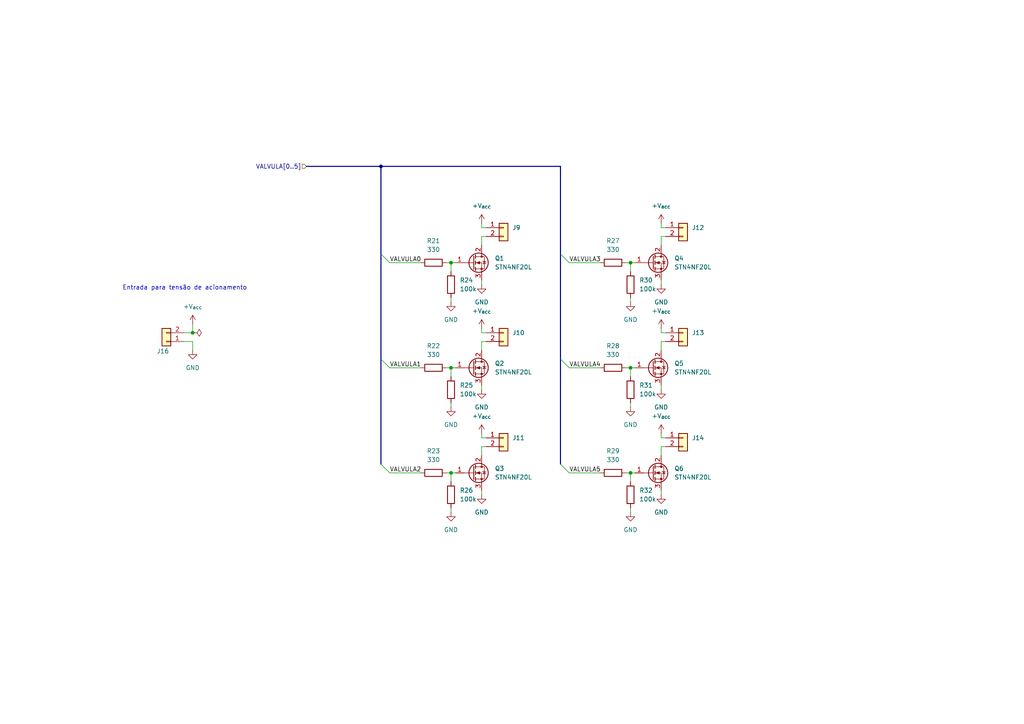
<source format=kicad_sch>
(kicad_sch (version 20231120) (generator "eeschema") (generator_version "8.0")
  (paper "A4")
  (title_block (title "Estante Irrigada - Controle") (date "2024-06-07") (rev "1") (company "Gustavo Adolpho Souteras Barbosa"))
  (lib_symbols
    (symbol "Connector_Generic:Conn_01x02" (pin_names (offset 1.016) hide)
      (property "Reference" "J" (at 0 2.54 0))
      (property "Value" "Conn_01x02" (at 0 -5.08 0))
      (symbol "Conn_01x02_1_1"
        (rectangle (start -1.27 -2.413) (end 0 -2.667) (stroke (width 0.1524)))
        (rectangle (start -1.27 0.127) (end 0 -0.127) (stroke (width 0.1524)))
        (rectangle (start -1.27 1.27) (end 1.27 -3.81) (stroke (width 0.254)) (fill (type background)))
        (pin passive line (at -5.08 0 0) (length 3.81) (name "Pin_1") (number "1"))
        (pin passive line (at -5.08 -2.54 0) (length 3.81) (name "Pin_2") (number "2"))
      )
    )
    (symbol "Device:R" (pin_numbers hide) (pin_names (offset 0))
      (property "Reference" "R" (at 2.032 0 90))
      (property "Value" "R" (at 0 0 90))
      (symbol "R_0_1"
        (rectangle (start -1.016 -2.54) (end 1.016 2.54) (stroke (width 0.254)))
      )
      (symbol "R_1_1"
        (pin passive line (at 0 3.81 270) (length 1.27) (name "~") (number "1"))
        (pin passive line (at 0 -3.81 90) (length 1.27) (name "~") (number "2"))
      )
    )
    (symbol "STN4NF20L:STN4NF20L" (pin_names hide)
      (property "Reference" "Q" (at 5.08 1.905 0))
      (property "Value" "STN4NF20L" (at 5.08 0 0))
      (symbol "STN4NF20L_0_1"
        (polyline (pts (xy 0.254 0) (xy -2.54 0)))
        (polyline (pts (xy 0.254 1.905) (xy 0.254 -1.905)) (stroke (width 0.254)))
        (polyline (pts (xy 0.762 -1.27) (xy 0.762 -2.286)) (stroke (width 0.254)))
        (polyline (pts (xy 0.762 0.508) (xy 0.762 -0.508)) (stroke (width 0.254)))
        (polyline (pts (xy 0.762 2.286) (xy 0.762 1.27)) (stroke (width 0.254)))
        (polyline (pts (xy 2.54 2.54) (xy 2.54 1.778)))
        (polyline (pts (xy 2.54 -2.54) (xy 2.54 0) (xy 0.762 0)))
        (polyline (pts (xy 0.762 -1.778) (xy 3.302 -1.778) (xy 3.302 1.778) (xy 0.762 1.778)))
        (polyline (pts (xy 1.016 0) (xy 2.032 0.381) (xy 2.032 -0.381) (xy 1.016 0)) (fill (type outline)))
        (polyline (pts (xy 2.794 0.508) (xy 2.921 0.381) (xy 3.683 0.381) (xy 3.81 0.254)))
        (polyline (pts (xy 3.302 0.381) (xy 2.921 -0.254) (xy 3.683 -0.254) (xy 3.302 0.381)))
        (circle (center 1.651 0) (radius 2.794) (stroke (width 0.254)))
        (circle (center 2.54 -1.778) (radius 0.254) (fill (type outline)))
        (circle (center 2.54 1.778) (radius 0.254) (fill (type outline)))
      )
      (symbol "STN4NF20L_1_1"
        (pin input line (at -5.08 0 0) (length 2.54) (name "G") (number "1"))
        (pin passive line (at 2.54 5.08 270) (length 2.54) (name "D") (number "2"))
        (pin passive line (at 2.54 -5.08 90) (length 2.54) (name "S") (number "3"))
      )
    )
    (symbol "power:+12V" (power) (pin_numbers hide) (pin_names (offset 0) hide)
      (property "Value" "+12V" (at 0 3.556 0))
      (symbol "+12V_0_1"
        (polyline (pts (xy -0.762 1.27) (xy 0 2.54)))
        (polyline (pts (xy 0 0) (xy 0 2.54)))
        (polyline (pts (xy 0 2.54) (xy 0.762 1.27)))
      )
      (symbol "+12V_1_1"
        (pin power_in line (at 0 0 90) (length 0) (name "~") (number "1"))
      )
    )
    (symbol "power:GND" (power) (pin_numbers hide) (pin_names (offset 0) hide)
      (property "Value" "GND" (at 0 -3.81 0))
      (symbol "GND_0_1"
        (polyline (pts (xy 0 0) (xy 0 -1.27) (xy 1.27 -1.27) (xy 0 -2.54) (xy -1.27 -1.27) (xy 0 -1.27)))
      )
      (symbol "GND_1_1"
        (pin power_in line (at 0 0 270) (length 0) (name "~") (number "1"))
      )
    )
    (symbol "power:PWR_FLAG" (power) (pin_numbers hide) (pin_names (offset 0) hide)
      (property "Value" "PWR_FLAG" (at 0 3.81 0))
      (symbol "PWR_FLAG_0_0"
        (pin power_out line (at 0 0 90) (length 0) (name "~") (number "1"))
      )
      (symbol "PWR_FLAG_0_1"
        (polyline (pts (xy 0 0) (xy 0 1.27) (xy -1.016 1.905) (xy 0 2.54) (xy 1.016 1.905) (xy 0 1.27)))
      )
    )
  )
  (junction (at 130.81 76.2))
  (junction (at 55.88 96.52))
  (junction (at 182.88 137.16))
  (junction (at 182.88 106.68))
  (junction (at 130.81 106.68))
  (junction (at 182.88 76.2))
  (junction (at 130.81 137.16))
  (junction (at 110.49 48.26))
  (bus_entry (at 110.49 104.14) (size 2.54 2.54))
  (bus_entry (at 162.56 104.14) (size 2.54 2.54))
  (bus_entry (at 162.56 73.66) (size 2.54 2.54))
  (bus_entry (at 162.56 134.62) (size 2.54 2.54))
  (bus_entry (at 110.49 134.62) (size 2.54 2.54))
  (bus_entry (at 110.49 73.66) (size 2.54 2.54))
  (wire (pts (xy 182.88 147.32) (xy 182.88 148.59)))
  (wire (pts (xy 182.88 76.2) (xy 184.15 76.2)))
  (wire (pts (xy 191.77 101.6) (xy 191.77 99.06)))
  (wire (pts (xy 191.77 111.76) (xy 191.77 113.03)))
  (wire (pts (xy 53.34 96.52) (xy 55.88 96.52)))
  (bus (pts (xy 110.49 73.66) (xy 110.49 104.14)))
  (wire (pts (xy 139.7 132.08) (xy 139.7 129.54)))
  (wire (pts (xy 191.77 96.52) (xy 191.77 95.25)))
  (wire (pts (xy 182.88 137.16) (xy 184.15 137.16)))
  (wire (pts (xy 191.77 71.12) (xy 191.77 68.58)))
  (bus (pts (xy 162.56 48.26) (xy 162.56 73.66)))
  (wire (pts (xy 139.7 101.6) (xy 139.7 99.06)))
  (bus (pts (xy 162.56 73.66) (xy 162.56 104.14)))
  (wire (pts (xy 113.03 137.16) (xy 121.92 137.16)))
  (wire (pts (xy 130.81 106.68) (xy 130.81 109.22)))
  (wire (pts (xy 182.88 76.2) (xy 182.88 78.74)))
  (wire (pts (xy 130.81 76.2) (xy 132.08 76.2)))
  (wire (pts (xy 191.77 127) (xy 193.04 127)))
  (wire (pts (xy 139.7 96.52) (xy 139.7 95.25)))
  (wire (pts (xy 113.03 76.2) (xy 121.92 76.2)))
  (wire (pts (xy 165.1 76.2) (xy 173.99 76.2)))
  (bus (pts (xy 110.49 48.26) (xy 110.49 73.66)))
  (wire (pts (xy 165.1 137.16) (xy 173.99 137.16)))
  (wire (pts (xy 139.7 129.54) (xy 140.97 129.54)))
  (bus (pts (xy 110.49 48.26) (xy 162.56 48.26)))
  (wire (pts (xy 130.81 76.2) (xy 130.81 78.74)))
  (wire (pts (xy 113.03 106.68) (xy 121.92 106.68)))
  (bus (pts (xy 110.49 104.14) (xy 110.49 134.62)))
  (wire (pts (xy 181.61 137.16) (xy 182.88 137.16)))
  (wire (pts (xy 182.88 137.16) (xy 182.88 139.7)))
  (wire (pts (xy 139.7 111.76) (xy 139.7 113.03)))
  (wire (pts (xy 139.7 127) (xy 139.7 125.73)))
  (wire (pts (xy 139.7 71.12) (xy 139.7 68.58)))
  (wire (pts (xy 130.81 116.84) (xy 130.81 118.11)))
  (wire (pts (xy 191.77 96.52) (xy 193.04 96.52)))
  (wire (pts (xy 55.88 99.06) (xy 55.88 101.6)))
  (wire (pts (xy 139.7 66.04) (xy 140.97 66.04)))
  (wire (pts (xy 182.88 116.84) (xy 182.88 118.11)))
  (wire (pts (xy 181.61 76.2) (xy 182.88 76.2)))
  (wire (pts (xy 139.7 96.52) (xy 140.97 96.52)))
  (wire (pts (xy 129.54 76.2) (xy 130.81 76.2)))
  (wire (pts (xy 129.54 106.68) (xy 130.81 106.68)))
  (wire (pts (xy 139.7 66.04) (xy 139.7 64.77)))
  (wire (pts (xy 130.81 147.32) (xy 130.81 148.59)))
  (wire (pts (xy 191.77 127) (xy 191.77 125.73)))
  (wire (pts (xy 182.88 86.36) (xy 182.88 87.63)))
  (wire (pts (xy 139.7 127) (xy 140.97 127)))
  (wire (pts (xy 129.54 137.16) (xy 130.81 137.16)))
  (wire (pts (xy 139.7 142.24) (xy 139.7 143.51)))
  (wire (pts (xy 139.7 99.06) (xy 140.97 99.06)))
  (wire (pts (xy 139.7 81.28) (xy 139.7 82.55)))
  (wire (pts (xy 165.1 106.68) (xy 173.99 106.68)))
  (wire (pts (xy 130.81 106.68) (xy 132.08 106.68)))
  (wire (pts (xy 53.34 99.06) (xy 55.88 99.06)))
  (wire (pts (xy 191.77 66.04) (xy 191.77 64.77)))
  (wire (pts (xy 191.77 81.28) (xy 191.77 82.55)))
  (wire (pts (xy 182.88 106.68) (xy 184.15 106.68)))
  (wire (pts (xy 191.77 132.08) (xy 191.77 129.54)))
  (wire (pts (xy 191.77 99.06) (xy 193.04 99.06)))
  (wire (pts (xy 181.61 106.68) (xy 182.88 106.68)))
  (wire (pts (xy 182.88 106.68) (xy 182.88 109.22)))
  (wire (pts (xy 191.77 129.54) (xy 193.04 129.54)))
  (wire (pts (xy 130.81 137.16) (xy 132.08 137.16)))
  (wire (pts (xy 130.81 86.36) (xy 130.81 87.63)))
  (wire (pts (xy 55.88 96.52) (xy 55.88 93.98)))
  (bus (pts (xy 162.56 104.14) (xy 162.56 134.62)))
  (wire (pts (xy 191.77 142.24) (xy 191.77 143.51)))
  (wire (pts (xy 191.77 66.04) (xy 193.04 66.04)))
  (wire (pts (xy 130.81 137.16) (xy 130.81 139.7)))
  (wire (pts (xy 139.7 68.58) (xy 140.97 68.58)))
  (wire (pts (xy 191.77 68.58) (xy 193.04 68.58)))
  (bus (pts (xy 110.49 48.26) (xy 88.9 48.26)))
  (text "Entrada para tensão de acionamento" (at 53.594 83.566 0) (effects (font (size 1.27 1.27))))
  (label "VALVULA3" (at 165.1 76.2 0))
  (label "VALVULA5" (at 165.1 137.16 0))
  (label "VALVULA1" (at 113.03 106.68 0))
  (label "VALVULA0" (at 113.03 76.2 0))
  (label "VALVULA2" (at 113.03 137.16 0))
  (label "VALVULA4" (at 165.1 106.68 0))
  (hierarchical_label "VALVULA[0..5]" (shape input) (at 88.9 48.26 180))
  (symbol (lib_id "STN4NF20L:STN4NF20L") (at 189.23 76.2 0) (unit 1)
    (property "Reference" "Q4" (at 195.58 74.9299 0) (effects (justify left)))
    (property "Value" "STN4NF20L" (at 195.58 77.4699 0) (effects (justify left)))
    (property "Footprint" "Package_TO_SOT_SMD:SOT-223-3_TabPin2" (effects (hide yes)))
    (property "Description" "N-channel 200 V, 1.1 Ω, 1 A SOT-223 low gate charge STripFET™ II Power MOSFET" (effects (hide yes)))
  )
  (symbol (lib_id "STN4NF20L:STN4NF20L") (at 189.23 106.68 0) (unit 1)
    (property "Reference" "Q5" (at 195.58 105.4099 0) (effects (justify left)))
    (property "Value" "STN4NF20L" (at 195.58 107.9499 0) (effects (justify left)))
    (property "Footprint" "Package_TO_SOT_SMD:SOT-223-3_TabPin2" (effects (hide yes)))
    (property "Description" "N-channel 200 V, 1.1 Ω, 1 A SOT-223 low gate charge STripFET™ II Power MOSFET" (effects (hide yes)))
  )
  (symbol (lib_id "power:PWR_FLAG") (at 55.88 96.52 270) (unit 1)
    (property "Reference" "#FLG05" (effects (hide yes)))
    (property "Value" "PWR_FLAG" (effects (hide yes)))
    (property "Description" "Special symbol for telling ERC where power comes from" (effects (hide yes)))
  )
  (symbol (lib_id "power:+12V") (at 139.7 95.25 0) (unit 1)
    (property "Reference" "#PWR030" (effects (hide yes)))
    (property "Value" "+V_{acc}" (at 139.7 90.17 0))
    (property "Description" "Tensão que será chaveada pelos MOSFETs" (effects (hide yes)))
  )
  (symbol (lib_id "power:+12V") (at 191.77 125.73 0) (unit 1)
    (property "Reference" "#PWR041" (effects (hide yes)))
    (property "Value" "+V_{acc}" (at 191.77 120.65 0))
    (property "Description" "Tensão que será chaveada pelos MOSFETs" (effects (hide yes)))
  )
  (symbol (lib_id "STN4NF20L:STN4NF20L") (at 189.23 137.16 0) (unit 1)
    (property "Reference" "Q6" (at 195.58 135.8899 0) (effects (justify left)))
    (property "Value" "STN4NF20L" (at 195.58 138.4299 0) (effects (justify left)))
    (property "Footprint" "Package_TO_SOT_SMD:SOT-223-3_TabPin2" (effects (hide yes)))
    (property "Description" "N-channel 200 V, 1.1 Ω, 1 A SOT-223 low gate charge STripFET™ II Power MOSFET" (effects (hide yes)))
  )
  (symbol (lib_id "power:GND") (at 191.77 143.51 0) (unit 1)
    (property "Reference" "#PWR042" (effects (hide yes)))
    (property "Value" "GND" (at 191.77 148.59 0))
    (property "Description" "Power symbol creates a global label with name \"GND\" , ground" (effects (hide yes)))
  )
  (symbol (lib_id "Connector_Generic:Conn_01x02") (at 146.05 127 0) (unit 1)
    (property "Reference" "J11" (at 148.59 126.9999 0) (effects (justify left)))
    (property "Value" "Conn_01x02" (effects (hide yes)))
    (property "Footprint" "Connector_PinHeader_2.54mm:PinHeader_1x02_P2.54mm_Vertical" (effects (hide yes)))
    (property "Description" "Generic connector, single row, 01x02, script generated (kicad-library-utils/schlib/autogen/connector/)" (effects (hide yes)))
  )
  (symbol (lib_id "Device:R") (at 125.73 137.16 90) (unit 1)
    (property "Reference" "R23" (at 125.73 130.81 90))
    (property "Value" "330" (at 125.73 133.35 90))
    (property "Footprint" "Resistor_SMD:R_0805_2012Metric_Pad1.20x1.40mm_HandSolder" (effects (hide yes)))
    (property "Description" "Resistor" (effects (hide yes)))
  )
  (symbol (lib_id "power:GND") (at 139.7 113.03 0) (unit 1)
    (property "Reference" "#PWR031" (effects (hide yes)))
    (property "Value" "GND" (at 139.7 118.11 0))
    (property "Description" "Power symbol creates a global label with name \"GND\" , ground" (effects (hide yes)))
  )
  (symbol (lib_id "power:GND") (at 191.77 82.55 0) (unit 1)
    (property "Reference" "#PWR038" (effects (hide yes)))
    (property "Value" "GND" (at 191.77 87.63 0))
    (property "Description" "Power symbol creates a global label with name \"GND\" , ground" (effects (hide yes)))
  )
  (symbol (lib_id "Connector_Generic:Conn_01x02") (at 48.26 99.06 180) (unit 1)
    (property "Reference" "J16" (at 47.244 101.854 0))
    (property "Value" "Conn_01x02" (effects (hide yes)))
    (property "Footprint" "TerminalBlock:TerminalBlock_bornier-2_P5.08mm" (effects (hide yes)))
    (property "Description" "Generic connector, single row, 01x02, script generated (kicad-library-utils/schlib/autogen/connector/)" (effects (hide yes)))
  )
  (symbol (lib_id "power:+12V") (at 191.77 64.77 0) (unit 1)
    (property "Reference" "#PWR037" (effects (hide yes)))
    (property "Value" "+V_{acc}" (at 191.77 59.69 0))
    (property "Description" "Tensão que será chaveada pelos MOSFETs" (effects (hide yes)))
  )
  (symbol (lib_id "power:GND") (at 182.88 148.59 0) (unit 1)
    (property "Reference" "#PWR036" (effects (hide yes)))
    (property "Value" "GND" (at 182.88 153.67 0))
    (property "Description" "Power symbol creates a global label with name \"GND\" , ground" (effects (hide yes)))
  )
  (symbol (lib_id "Device:R") (at 125.73 106.68 90) (unit 1)
    (property "Reference" "R22" (at 125.73 100.33 90))
    (property "Value" "330" (at 125.73 102.87 90))
    (property "Footprint" "Resistor_SMD:R_0805_2012Metric_Pad1.20x1.40mm_HandSolder" (effects (hide yes)))
    (property "Description" "Resistor" (effects (hide yes)))
  )
  (symbol (lib_id "Connector_Generic:Conn_01x02") (at 198.12 96.52 0) (unit 1)
    (property "Reference" "J13" (at 200.66 96.5199 0) (effects (justify left)))
    (property "Value" "Conn_01x02" (effects (hide yes)))
    (property "Footprint" "Connector_PinHeader_2.54mm:PinHeader_1x02_P2.54mm_Vertical" (effects (hide yes)))
    (property "Description" "Generic connector, single row, 01x02, script generated (kicad-library-utils/schlib/autogen/connector/)" (effects (hide yes)))
  )
  (symbol (lib_id "power:+12V") (at 191.77 95.25 0) (unit 1)
    (property "Reference" "#PWR039" (effects (hide yes)))
    (property "Value" "+V_{acc}" (at 191.77 90.17 0))
    (property "Description" "Tensão que será chaveada pelos MOSFETs" (effects (hide yes)))
  )
  (symbol (lib_id "Device:R") (at 125.73 76.2 90) (unit 1)
    (property "Reference" "R21" (at 125.73 69.85 90))
    (property "Value" "330" (at 125.73 72.39 90))
    (property "Footprint" "Resistor_SMD:R_0805_2012Metric_Pad1.20x1.40mm_HandSolder" (effects (hide yes)))
    (property "Description" "Resistor" (effects (hide yes)))
  )
  (symbol (lib_id "STN4NF20L:STN4NF20L") (at 137.16 106.68 0) (unit 1)
    (property "Reference" "Q2" (at 143.51 105.4099 0) (effects (justify left)))
    (property "Value" "STN4NF20L" (at 143.51 107.9499 0) (effects (justify left)))
    (property "Footprint" "Package_TO_SOT_SMD:SOT-223-3_TabPin2" (effects (hide yes)))
    (property "Description" "N-channel 200 V, 1.1 Ω, 1 A SOT-223 low gate charge STripFET™ II Power MOSFET" (effects (hide yes)))
  )
  (symbol (lib_id "Connector_Generic:Conn_01x02") (at 198.12 66.04 0) (unit 1)
    (property "Reference" "J12" (at 200.66 66.0399 0) (effects (justify left)))
    (property "Value" "Conn_01x02" (effects (hide yes)))
    (property "Footprint" "Connector_PinHeader_2.54mm:PinHeader_1x02_P2.54mm_Vertical" (effects (hide yes)))
    (property "Description" "Generic connector, single row, 01x02, script generated (kicad-library-utils/schlib/autogen/connector/)" (effects (hide yes)))
  )
  (symbol (lib_id "power:GND") (at 130.81 87.63 0) (unit 1)
    (property "Reference" "#PWR025" (effects (hide yes)))
    (property "Value" "GND" (at 130.81 92.71 0))
    (property "Description" "Power symbol creates a global label with name \"GND\" , ground" (effects (hide yes)))
  )
  (symbol (lib_id "Device:R") (at 177.8 137.16 90) (unit 1)
    (property "Reference" "R29" (at 177.8 130.81 90))
    (property "Value" "330" (at 177.8 133.35 90))
    (property "Footprint" "Resistor_SMD:R_0805_2012Metric_Pad1.20x1.40mm_HandSolder" (effects (hide yes)))
    (property "Description" "Resistor" (effects (hide yes)))
  )
  (symbol (lib_id "Connector_Generic:Conn_01x02") (at 146.05 66.04 0) (unit 1)
    (property "Reference" "J9" (at 148.59 66.0399 0) (effects (justify left)))
    (property "Value" "Conn_01x02" (effects (hide yes)))
    (property "Footprint" "Connector_PinHeader_2.54mm:PinHeader_1x02_P2.54mm_Vertical" (effects (hide yes)))
    (property "Description" "Generic connector, single row, 01x02, script generated (kicad-library-utils/schlib/autogen/connector/)" (effects (hide yes)))
  )
  (symbol (lib_id "Device:R") (at 130.81 143.51 0) (unit 1)
    (property "Reference" "R26" (at 133.35 142.2399 0) (effects (justify left)))
    (property "Value" "100k" (at 133.35 144.7799 0) (effects (justify left)))
    (property "Footprint" "Resistor_SMD:R_0805_2012Metric_Pad1.20x1.40mm_HandSolder" (effects (hide yes)))
    (property "Description" "Resistor" (effects (hide yes)))
  )
  (symbol (lib_id "power:+12V") (at 55.88 93.98 0) (unit 1)
    (property "Reference" "#PWR043" (effects (hide yes)))
    (property "Value" "+V_{acc}" (at 55.88 88.9 0))
    (property "Description" "Tensão que será chaveada pelos MOSFETs" (effects (hide yes)))
  )
  (symbol (lib_id "power:GND") (at 55.88 101.6 0) (unit 1)
    (property "Reference" "#PWR047" (effects (hide yes)))
    (property "Value" "GND" (at 55.88 106.68 0))
    (property "Description" "Power symbol creates a global label with name \"GND\" , ground" (effects (hide yes)))
  )
  (symbol (lib_id "Device:R") (at 177.8 106.68 90) (unit 1)
    (property "Reference" "R28" (at 177.8 100.33 90))
    (property "Value" "330" (at 177.8 102.87 90))
    (property "Footprint" "Resistor_SMD:R_0805_2012Metric_Pad1.20x1.40mm_HandSolder" (effects (hide yes)))
    (property "Description" "Resistor" (effects (hide yes)))
  )
  (symbol (lib_id "Device:R") (at 182.88 143.51 0) (unit 1)
    (property "Reference" "R32" (at 185.42 142.2399 0) (effects (justify left)))
    (property "Value" "100k" (at 185.42 144.7799 0) (effects (justify left)))
    (property "Footprint" "Resistor_SMD:R_0805_2012Metric_Pad1.20x1.40mm_HandSolder" (effects (hide yes)))
    (property "Description" "Resistor" (effects (hide yes)))
  )
  (symbol (lib_id "power:+12V") (at 139.7 64.77 0) (unit 1)
    (property "Reference" "#PWR028" (effects (hide yes)))
    (property "Value" "+V_{acc}" (at 139.7 59.69 0))
    (property "Description" "Tensão que será chaveada pelos MOSFETs" (effects (hide yes)))
  )
  (symbol (lib_id "Connector_Generic:Conn_01x02") (at 146.05 96.52 0) (unit 1)
    (property "Reference" "J10" (at 148.59 96.5199 0) (effects (justify left)))
    (property "Value" "Conn_01x02" (effects (hide yes)))
    (property "Footprint" "Connector_PinHeader_2.54mm:PinHeader_1x02_P2.54mm_Vertical" (effects (hide yes)))
    (property "Description" "Generic connector, single row, 01x02, script generated (kicad-library-utils/schlib/autogen/connector/)" (effects (hide yes)))
  )
  (symbol (lib_id "Device:R") (at 182.88 82.55 0) (unit 1)
    (property "Reference" "R30" (at 185.42 81.2799 0) (effects (justify left)))
    (property "Value" "100k" (at 185.42 83.8199 0) (effects (justify left)))
    (property "Footprint" "Resistor_SMD:R_0805_2012Metric_Pad1.20x1.40mm_HandSolder" (effects (hide yes)))
    (property "Description" "Resistor" (effects (hide yes)))
  )
  (symbol (lib_id "power:GND") (at 139.7 143.51 0) (unit 1)
    (property "Reference" "#PWR033" (effects (hide yes)))
    (property "Value" "GND" (at 139.7 148.59 0))
    (property "Description" "Power symbol creates a global label with name \"GND\" , ground" (effects (hide yes)))
  )
  (symbol (lib_id "power:GND") (at 191.77 113.03 0) (unit 1)
    (property "Reference" "#PWR040" (effects (hide yes)))
    (property "Value" "GND" (at 191.77 118.11 0))
    (property "Description" "Power symbol creates a global label with name \"GND\" , ground" (effects (hide yes)))
  )
  (symbol (lib_id "Device:R") (at 130.81 113.03 0) (unit 1)
    (property "Reference" "R25" (at 133.35 111.7599 0) (effects (justify left)))
    (property "Value" "100k" (at 133.35 114.2999 0) (effects (justify left)))
    (property "Footprint" "Resistor_SMD:R_0805_2012Metric_Pad1.20x1.40mm_HandSolder" (effects (hide yes)))
    (property "Description" "Resistor" (effects (hide yes)))
  )
  (symbol (lib_id "power:GND") (at 182.88 118.11 0) (unit 1)
    (property "Reference" "#PWR035" (effects (hide yes)))
    (property "Value" "GND" (at 182.88 123.19 0))
    (property "Description" "Power symbol creates a global label with name \"GND\" , ground" (effects (hide yes)))
  )
  (symbol (lib_id "Connector_Generic:Conn_01x02") (at 198.12 127 0) (unit 1)
    (property "Reference" "J14" (at 200.66 126.9999 0) (effects (justify left)))
    (property "Value" "Conn_01x02" (effects (hide yes)))
    (property "Footprint" "Connector_PinHeader_2.54mm:PinHeader_1x02_P2.54mm_Vertical" (effects (hide yes)))
    (property "Description" "Generic connector, single row, 01x02, script generated (kicad-library-utils/schlib/autogen/connector/)" (effects (hide yes)))
  )
  (symbol (lib_id "Device:R") (at 177.8 76.2 90) (unit 1)
    (property "Reference" "R27" (at 177.8 69.85 90))
    (property "Value" "330" (at 177.8 72.39 90))
    (property "Footprint" "Resistor_SMD:R_0805_2012Metric_Pad1.20x1.40mm_HandSolder" (effects (hide yes)))
    (property "Description" "Resistor" (effects (hide yes)))
  )
  (symbol (lib_id "STN4NF20L:STN4NF20L") (at 137.16 76.2 0) (unit 1)
    (property "Reference" "Q1" (at 143.51 74.9299 0) (effects (justify left)))
    (property "Value" "STN4NF20L" (at 143.51 77.4699 0) (effects (justify left)))
    (property "Footprint" "Package_TO_SOT_SMD:SOT-223-3_TabPin2" (effects (hide yes)))
    (property "Description" "N-channel 200 V, 1.1 Ω, 1 A SOT-223 low gate charge STripFET™ II Power MOSFET" (effects (hide yes)))
  )
  (symbol (lib_id "power:GND") (at 139.7 82.55 0) (unit 1)
    (property "Reference" "#PWR029" (effects (hide yes)))
    (property "Value" "GND" (at 139.7 87.63 0))
    (property "Description" "Power symbol creates a global label with name \"GND\" , ground" (effects (hide yes)))
  )
  (symbol (lib_id "power:+12V") (at 139.7 125.73 0) (unit 1)
    (property "Reference" "#PWR032" (effects (hide yes)))
    (property "Value" "+V_{acc}" (at 139.7 120.65 0))
    (property "Description" "Tensão que será chaveada pelos MOSFETs" (effects (hide yes)))
  )
  (symbol (lib_id "power:GND") (at 130.81 148.59 0) (unit 1)
    (property "Reference" "#PWR027" (effects (hide yes)))
    (property "Value" "GND" (at 130.81 153.67 0))
    (property "Description" "Power symbol creates a global label with name \"GND\" , ground" (effects (hide yes)))
  )
  (symbol (lib_id "STN4NF20L:STN4NF20L") (at 137.16 137.16 0) (unit 1)
    (property "Reference" "Q3" (at 143.51 135.8899 0) (effects (justify left)))
    (property "Value" "STN4NF20L" (at 143.51 138.4299 0) (effects (justify left)))
    (property "Footprint" "Package_TO_SOT_SMD:SOT-223-3_TabPin2" (effects (hide yes)))
    (property "Description" "N-channel 200 V, 1.1 Ω, 1 A SOT-223 low gate charge STripFET™ II Power MOSFET" (effects (hide yes)))
  )
  (symbol (lib_id "Device:R") (at 182.88 113.03 0) (unit 1)
    (property "Reference" "R31" (at 185.42 111.7599 0) (effects (justify left)))
    (property "Value" "100k" (at 185.42 114.2999 0) (effects (justify left)))
    (property "Footprint" "Resistor_SMD:R_0805_2012Metric_Pad1.20x1.40mm_HandSolder" (effects (hide yes)))
    (property "Description" "Resistor" (effects (hide yes)))
  )
  (symbol (lib_id "power:GND") (at 182.88 87.63 0) (unit 1)
    (property "Reference" "#PWR034" (effects (hide yes)))
    (property "Value" "GND" (at 182.88 92.71 0))
    (property "Description" "Power symbol creates a global label with name \"GND\" , ground" (effects (hide yes)))
  )
  (symbol (lib_id "power:GND") (at 130.81 118.11 0) (unit 1)
    (property "Reference" "#PWR026" (effects (hide yes)))
    (property "Value" "GND" (at 130.81 123.19 0))
    (property "Description" "Power symbol creates a global label with name \"GND\" , ground" (effects (hide yes)))
  )
  (symbol (lib_id "Device:R") (at 130.81 82.55 0) (unit 1)
    (property "Reference" "R24" (at 133.35 81.2799 0) (effects (justify left)))
    (property "Value" "100k" (at 133.35 83.8199 0) (effects (justify left)))
    (property "Footprint" "Resistor_SMD:R_0805_2012Metric_Pad1.20x1.40mm_HandSolder" (effects (hide yes)))
    (property "Description" "Resistor" (effects (hide yes)))
  )
)
</source>
